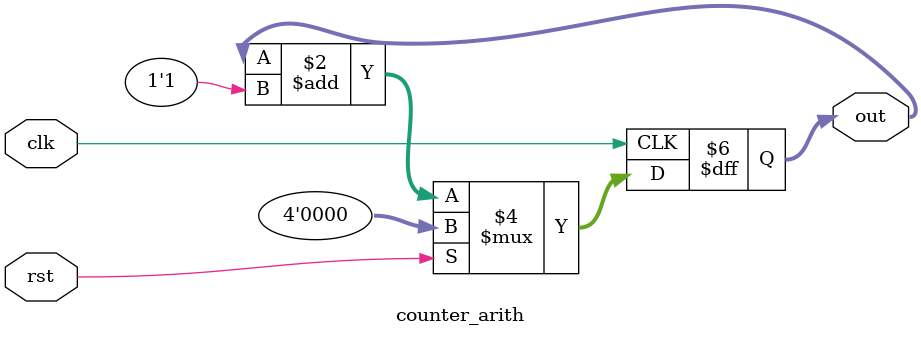
<source format=v>
`timescale 1ns / 1ps
module counter_arith(
	input clk,
	input rst,
	output reg [3:0] out
	);
	
	always @(posedge clk)
		begin
			if(rst)
				out <= 4'b0;
			else
				out <= out + 1'b1;
		end
endmodule



</source>
